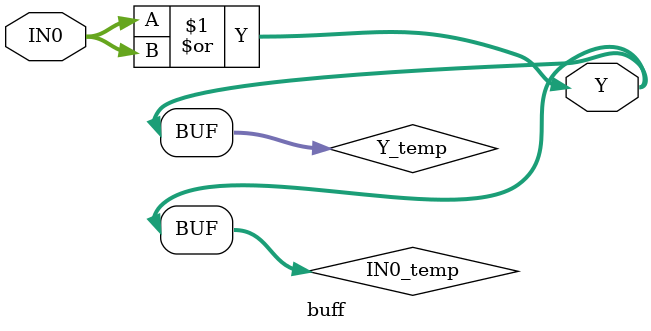
<source format=v>
module buff(IN0,Y);
  parameter N = 32;
  parameter DPFLAG = 1;
  parameter GROUP = "dpath1";
  parameter BUFFER_SIZE = "DEFAULT";
  parameter
        d_Y = 1;
  input [(N - 1):0] IN0;
  output [(N - 1):0] Y;
  wire [(N - 1):0] IN0_temp;
  reg [(N - 1):0] Y_temp;
  assign IN0_temp = IN0|IN0;
  assign #(d_Y) Y = Y_temp;
  always
    @(IN0_temp)
      Y_temp = IN0_temp;
endmodule

</source>
